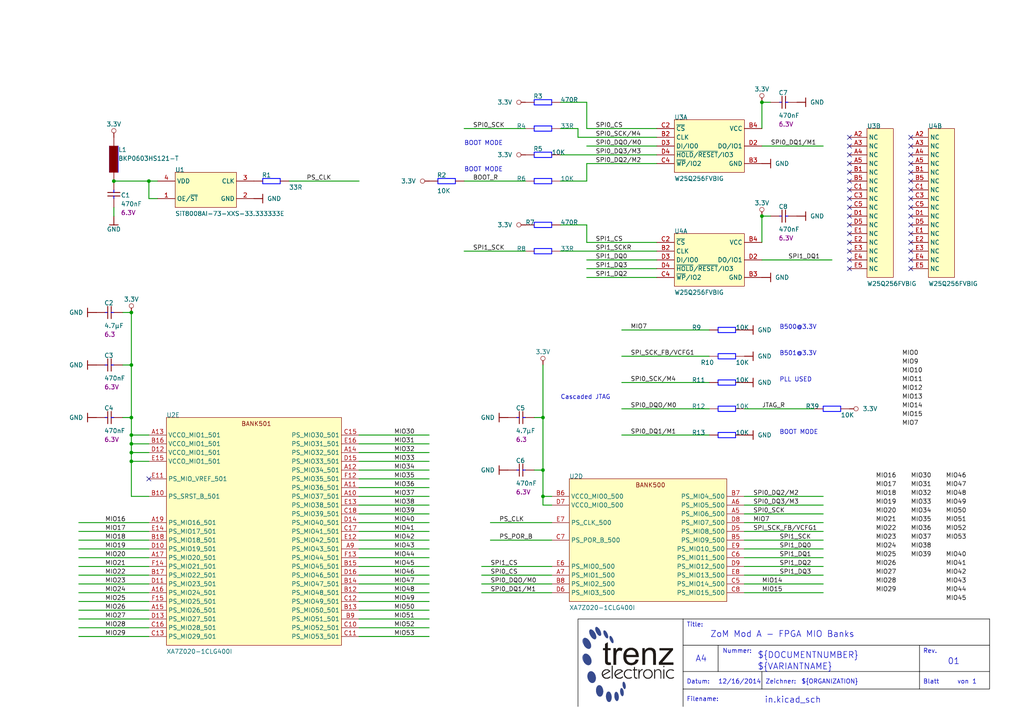
<source format=kicad_sch>
(kicad_sch (version 20230121) (generator eeschema)
  (paper "A4")
  (title_block (title "ZoM Mod A - FPGA MIO Banks") (date "12/16/2014") (rev "01"))
  (junction (at 38.1 126.1872))
  (junction (at 38.1 90.6272))
  (junction (at 157.48 121.1072))
  (junction (at 38.1 105.8672))
  (junction (at 38.1 121.1072))
  (junction (at 157.48 136.3472))
  (junction (at 38.1 131.2672))
  (junction (at 220.98 62.6872))
  (junction (at 38.1 128.7272))
  (junction (at 220.98 29.6672))
  (junction (at 38.1 133.8072))
  (junction (at 43.18 52.5272))
  (junction (at 33.02 52.5272))
  (junction (at 157.48 143.9672))
  (no_connect (at 246.38 52.5272))
  (no_connect (at 264.16 60.1472))
  (no_connect (at 264.16 65.2272))
  (no_connect (at 264.16 55.0672))
  (no_connect (at 43.18 138.8872))
  (no_connect (at 264.16 77.9272))
  (no_connect (at 246.38 55.0672))
  (no_connect (at 264.16 67.7672))
  (no_connect (at 246.38 47.4472))
  (no_connect (at 246.38 67.7672))
  (no_connect (at 246.38 62.6872))
  (no_connect (at 246.38 39.8272))
  (no_connect (at 264.16 47.4472))
  (no_connect (at 246.38 49.9872))
  (no_connect (at 246.38 75.3872))
  (no_connect (at 264.16 70.3072))
  (no_connect (at 246.38 72.8472))
  (no_connect (at 246.38 42.3672))
  (no_connect (at 246.38 60.1472))
  (no_connect (at 264.16 52.5272))
  (no_connect (at 264.16 49.9872))
  (no_connect (at 246.38 57.6072))
  (no_connect (at 246.38 65.2272))
  (no_connect (at 264.16 62.6872))
  (no_connect (at 264.16 72.8472))
  (no_connect (at 264.16 39.8272))
  (no_connect (at 264.16 44.9072))
  (no_connect (at 246.38 70.3072))
  (no_connect (at 246.38 77.9272))
  (no_connect (at 246.38 44.9072))
  (no_connect (at 264.16 42.3672))
  (no_connect (at 264.16 57.6072))
  (no_connect (at 264.16 75.3872))
  (wire (pts (xy 43.18 182.0672) (xy 22.86 182.0672)) (stroke (width 0.254)))
  (wire (pts (xy 205.74 110.9472) (xy 180.34 110.9472)) (stroke (width 0.254)))
  (wire (pts (xy 190.5 72.8472) (xy 162.56 72.8472)) (stroke (width 0.254)))
  (wire (pts (xy 160.02 143.9672) (xy 157.48 143.9672)) (stroke (width 0.254)))
  (wire (pts (xy 190.5 47.4472) (xy 170.18 47.4472)) (stroke (width 0.254)))
  (wire (pts (xy 160.02 151.5872) (xy 142.24 151.5872)) (stroke (width 0.254)))
  (wire (pts (xy 124.46 131.2672) (xy 104.14 131.2672)) (stroke (width 0.254)))
  (wire (pts (xy 190.5 77.9272) (xy 170.18 77.9272)) (stroke (width 0.254)))
  (wire (pts (xy 154.94 121.1072) (xy 157.48 121.1072)) (stroke (width 0.254)))
  (wire (pts (xy 152.4 52.5272) (xy 134.62 52.5272)) (stroke (width 0.254)))
  (wire (pts (xy 190.5 80.4672) (xy 170.18 80.4672)) (stroke (width 0.254)))
  (wire (pts (xy 43.18 131.2672) (xy 38.1 131.2672)) (stroke (width 0.254)))
  (wire (pts (xy 190.5 37.2872) (xy 170.18 37.2872)) (stroke (width 0.254)))
  (wire (pts (xy 33.02 62.6872) (xy 33.02 60.1472)) (stroke (width 0.254)))
  (wire (pts (xy 38.1 131.2672) (xy 38.1 133.8072)) (stroke (width 0.254)))
  (wire (pts (xy 190.5 70.3072) (xy 170.18 70.3072)) (stroke (width 0.254)))
  (wire (pts (xy 160.02 146.5072) (xy 157.48 146.5072)) (stroke (width 0.254)))
  (wire (pts (xy 124.46 126.1872) (xy 104.14 126.1872)) (stroke (width 0.254)))
  (wire (pts (xy 43.18 174.4472) (xy 22.86 174.4472)) (stroke (width 0.254)))
  (wire (pts (xy 38.1 126.1872) (xy 38.1 128.7272)) (stroke (width 0.254)))
  (wire (pts (xy 238.76 159.2072) (xy 215.9 159.2072)) (stroke (width 0.254)))
  (wire (pts (xy 43.18 169.3672) (xy 22.86 169.3672)) (stroke (width 0.254)))
  (wire (pts (xy 43.18 126.1872) (xy 38.1 126.1872)) (stroke (width 0.254)))
  (wire (pts (xy 124.46 179.5272) (xy 104.14 179.5272)) (stroke (width 0.254)))
  (wire (pts (xy 124.46 154.1272) (xy 104.14 154.1272)) (stroke (width 0.254)))
  (wire (pts (xy 238.76 164.2872) (xy 215.9 164.2872)) (stroke (width 0.254)))
  (wire (pts (xy 170.18 70.3072) (xy 170.18 65.2272)) (stroke (width 0.254)))
  (wire (pts (xy 190.5 39.8272) (xy 167.64 39.8272)) (stroke (width 0.254)))
  (wire (pts (xy 160.02 169.3672) (xy 139.7 169.3672)) (stroke (width 0.254)))
  (wire (pts (xy 43.18 57.6072) (xy 43.18 52.5272)) (stroke (width 0.254)))
  (wire (pts (xy 124.46 169.3672) (xy 104.14 169.3672)) (stroke (width 0.254)))
  (wire (pts (xy 38.1 133.8072) (xy 38.1 143.9672)) (stroke (width 0.254)))
  (wire (pts (xy 190.5 75.3872) (xy 170.18 75.3872)) (stroke (width 0.254)))
  (wire (pts (xy 38.1 128.7272) (xy 38.1 131.2672)) (stroke (width 0.254)))
  (wire (pts (xy 124.46 166.8272) (xy 104.14 166.8272)) (stroke (width 0.254)))
  (wire (pts (xy 238.76 166.8272) (xy 215.9 166.8272)) (stroke (width 0.254)))
  (wire (pts (xy 38.1 105.8672) (xy 38.1 121.1072)) (stroke (width 0.254)))
  (wire (pts (xy 157.48 121.1072) (xy 157.48 105.8672)) (stroke (width 0.254)))
  (wire (pts (xy 124.46 128.7272) (xy 104.14 128.7272)) (stroke (width 0.254)))
  (wire (pts (xy 124.46 149.0472) (xy 104.14 149.0472)) (stroke (width 0.254)))
  (wire (pts (xy 238.76 146.5072) (xy 215.9 146.5072)) (stroke (width 0.254)))
  (wire (pts (xy 170.18 47.4472) (xy 170.18 52.5272)) (stroke (width 0.254)))
  (wire (pts (xy 124.46 141.4272) (xy 104.14 141.4272)) (stroke (width 0.254)))
  (wire (pts (xy 238.76 149.0472) (xy 215.9 149.0472)) (stroke (width 0.254)))
  (wire (pts (xy 124.46 138.8872) (xy 104.14 138.8872)) (stroke (width 0.254)))
  (wire (pts (xy 238.76 156.6672) (xy 215.9 156.6672)) (stroke (width 0.254)))
  (wire (pts (xy 43.18 128.7272) (xy 38.1 128.7272)) (stroke (width 0.254)))
  (wire (pts (xy 43.18 151.5872) (xy 22.86 151.5872)) (stroke (width 0.254)))
  (wire (pts (xy 160.02 166.8272) (xy 139.7 166.8272)) (stroke (width 0.254)))
  (wire (pts (xy 157.48 136.3472) (xy 157.48 121.1072)) (stroke (width 0.254)))
  (wire (pts (xy 220.98 37.2872) (xy 220.98 29.6672)) (stroke (width 0.254)))
  (wire (pts (xy 38.1 143.9672) (xy 43.18 143.9672)) (stroke (width 0.254)))
  (wire (pts (xy 43.18 179.5272) (xy 22.86 179.5272)) (stroke (width 0.254)))
  (wire (pts (xy 157.48 146.5072) (xy 157.48 143.9672)) (stroke (width 0.254)))
  (wire (pts (xy 124.46 133.8072) (xy 104.14 133.8072)) (stroke (width 0.254)))
  (wire (pts (xy 124.46 164.2872) (xy 104.14 164.2872)) (stroke (width 0.254)))
  (wire (pts (xy 220.98 62.6872) (xy 223.52 62.6872)) (stroke (width 0.254)))
  (wire (pts (xy 43.18 164.2872) (xy 22.86 164.2872)) (stroke (width 0.254)))
  (wire (pts (xy 238.76 161.7472) (xy 215.9 161.7472)) (stroke (width 0.254)))
  (wire (pts (xy 170.18 52.5272) (xy 162.56 52.5272)) (stroke (width 0.254)))
  (wire (pts (xy 43.18 154.1272) (xy 22.86 154.1272)) (stroke (width 0.254)))
  (wire (pts (xy 238.76 151.5872) (xy 215.9 151.5872)) (stroke (width 0.254)))
  (wire (pts (xy 167.64 39.8272) (xy 167.64 37.2872)) (stroke (width 0.254)))
  (wire (pts (xy 43.18 171.9072) (xy 22.86 171.9072)) (stroke (width 0.254)))
  (wire (pts (xy 160.02 164.2872) (xy 139.7 164.2872)) (stroke (width 0.254)))
  (wire (pts (xy 170.18 37.2872) (xy 170.18 29.6672)) (stroke (width 0.254)))
  (wire (pts (xy 43.18 161.7472) (xy 22.86 161.7472)) (stroke (width 0.254)))
  (wire (pts (xy 43.18 156.6672) (xy 22.86 156.6672)) (stroke (width 0.254)))
  (wire (pts (xy 83.82 52.5272) (xy 104.14 52.5272)) (stroke (width 0.254)))
  (wire (pts (xy 124.46 159.2072) (xy 104.14 159.2072)) (stroke (width 0.254)))
  (wire (pts (xy 157.48 143.9672) (xy 157.48 136.3472)) (stroke (width 0.254)))
  (wire (pts (xy 154.94 136.3472) (xy 157.48 136.3472)) (stroke (width 0.254)))
  (wire (pts (xy 43.18 176.9872) (xy 22.86 176.9872)) (stroke (width 0.254)))
  (wire (pts (xy 205.74 95.7072) (xy 180.34 95.7072)) (stroke (width 0.254)))
  (wire (pts (xy 124.46 176.9872) (xy 104.14 176.9872)) (stroke (width 0.254)))
  (wire (pts (xy 238.76 42.3672) (xy 220.98 42.3672)) (stroke (width 0.254)))
  (wire (pts (xy 152.4 72.8472) (xy 134.62 72.8472)) (stroke (width 0.254)))
  (wire (pts (xy 43.18 52.5272) (xy 33.02 52.5272)) (stroke (width 0.254)))
  (wire (pts (xy 35.56 105.8672) (xy 38.1 105.8672)) (stroke (width 0.254)))
  (wire (pts (xy 124.46 143.9672) (xy 104.14 143.9672)) (stroke (width 0.254)))
  (wire (pts (xy 238.76 143.9672) (xy 215.9 143.9672)) (stroke (width 0.254)))
  (wire (pts (xy 238.76 169.3672) (xy 215.9 169.3672)) (stroke (width 0.254)))
  (wire (pts (xy 43.18 52.5272) (xy 45.72 52.5272)) (stroke (width 0.254)))
  (wire (pts (xy 205.74 118.5672) (xy 180.34 118.5672)) (stroke (width 0.254)))
  (wire (pts (xy 238.76 154.1272) (xy 215.9 154.1272)) (stroke (width 0.254)))
  (wire (pts (xy 43.18 133.8072) (xy 38.1 133.8072)) (stroke (width 0.254)))
  (wire (pts (xy 124.46 136.3472) (xy 104.14 136.3472)) (stroke (width 0.254)))
  (wire (pts (xy 160.02 171.9072) (xy 139.7 171.9072)) (stroke (width 0.254)))
  (wire (pts (xy 43.18 166.8272) (xy 22.86 166.8272)) (stroke (width 0.254)))
  (wire (pts (xy 160.02 156.6672) (xy 142.24 156.6672)) (stroke (width 0.254)))
  (wire (pts (xy 124.46 171.9072) (xy 104.14 171.9072)) (stroke (width 0.254)))
  (wire (pts (xy 220.98 75.3872) (xy 241.3 75.3872)) (stroke (width 0.254)))
  (wire (pts (xy 124.46 156.6672) (xy 104.14 156.6672)) (stroke (width 0.254)))
  (wire (pts (xy 124.46 151.5872) (xy 104.14 151.5872)) (stroke (width 0.254)))
  (wire (pts (xy 190.5 42.3672) (xy 170.18 42.3672)) (stroke (width 0.254)))
  (wire (pts (xy 124.46 161.7472) (xy 104.14 161.7472)) (stroke (width 0.254)))
  (wire (pts (xy 35.56 90.6272) (xy 38.1 90.6272)) (stroke (width 0.254)))
  (wire (pts (xy 152.4 37.2872) (xy 134.62 37.2872)) (stroke (width 0.254)))
  (wire (pts (xy 43.18 184.6072) (xy 22.86 184.6072)) (stroke (width 0.254)))
  (wire (pts (xy 190.5 44.9072) (xy 162.56 44.9072)) (stroke (width 0.254)))
  (wire (pts (xy 205.74 126.1872) (xy 180.34 126.1872)) (stroke (width 0.254)))
  (wire (pts (xy 124.46 174.4472) (xy 104.14 174.4472)) (stroke (width 0.254)))
  (wire (pts (xy 170.18 65.2272) (xy 162.56 65.2272)) (stroke (width 0.254)))
  (wire (pts (xy 43.18 159.2072) (xy 22.86 159.2072)) (stroke (width 0.254)))
  (wire (pts (xy 45.72 57.6072) (xy 43.18 57.6072)) (stroke (width 0.254)))
  (wire (pts (xy 238.76 171.9072) (xy 215.9 171.9072)) (stroke (width 0.254)))
  (wire (pts (xy 124.46 184.6072) (xy 104.14 184.6072)) (stroke (width 0.254)))
  (wire (pts (xy 38.1 90.6272) (xy 38.1 105.8672)) (stroke (width 0.254)))
  (wire (pts (xy 220.98 29.6672) (xy 223.52 29.6672)) (stroke (width 0.254)))
  (wire (pts (xy 236.22 118.5672) (xy 215.9 118.5672)) (stroke (width 0.254)))
  (wire (pts (xy 220.98 70.3072) (xy 220.98 62.6872)) (stroke (width 0.254)))
  (wire (pts (xy 38.1 121.1072) (xy 38.1 126.1872)) (stroke (width 0.254)))
  (wire (pts (xy 124.46 146.5072) (xy 104.14 146.5072)) (stroke (width 0.254)))
  (wire (pts (xy 124.46 182.0672) (xy 104.14 182.0672)) (stroke (width 0.254)))
  (wire (pts (xy 167.64 37.2872) (xy 162.56 37.2872)) (stroke (width 0.254)))
  (wire (pts (xy 170.18 29.6672) (xy 162.56 29.6672)) (stroke (width 0.254)))
  (wire (pts (xy 35.56 121.1072) (xy 38.1 121.1072)) (stroke (width 0.254)))
  (wire (pts (xy 205.74 103.3272) (xy 180.34 103.3272)) (stroke (width 0.254)))
  (polyline (pts (xy 208.28 194.7672) (xy 287.02 194.7672)) (stroke (width 0) (type solid) (color 0 0 0 1)))
  (polyline (pts (xy 266.7 194.7672) (xy 266.7 199.8472)) (stroke (width 0) (type solid) (color 0 0 0 1)))
  (polyline (pts (xy 198.12 199.8472) (xy 198.12 204.9272)) (stroke (width 0) (type solid) (color 0 0 0 1)))
  (polyline (pts (xy 167.64 204.9272) (xy 167.64 179.5272) (xy 198.12 179.5272)) (stroke (width 0) (type solid) (color 0 0 0 1)))
  (polyline (pts (xy 198.12 199.8472) (xy 287.02 199.8472) (xy 287.02 179.5272)) (stroke (width 0) (type solid) (color 0 0 0 1)))
  (polyline (pts (xy 198.12 199.8472) (xy 198.12 179.5272) (xy 287.02 179.5272)) (stroke (width 0) (type solid) (color 0 0 0 1)))
  (polyline (pts (xy 220.98 194.7672) (xy 220.98 199.8472)) (stroke (width 0) (type solid) (color 0 0 0 1)))
  (polyline (pts (xy 287.02 187.1472) (xy 198.12 187.1472)) (stroke (width 0) (type solid) (color 0 0 0 1)))
  (polyline (pts (xy 208.28 187.1472) (xy 208.28 194.7672) (xy 198.12 194.7672)) (stroke (width 0) (type solid) (color 0 0 0 1)))
  (polyline (pts (xy 266.7 194.7672) (xy 266.7 187.1472)) (stroke (width 0) (type solid) (color 0 0 0 1)))
  (image (at 182.245 192.7172) (scale 0.698446))
  (text "BOOT MODE" (at 134.62 49.9872 0) (effects (font (size 1.27 1.27)) (justify left bottom)))
  (text "${ORGANIZATION}" (at 232.41 198.5772 0) (effects (font (size 1.27 1.27)) (justify left bottom)))
  (text "A4" (at 201.676 192.2272 0) (effects (font (size 1.778 1.778)) (justify left bottom)))
  (text "BOOT MODE" (at 226.06 126.1872 0) (effects (font (size 1.27 1.27)) (justify left bottom)))
  (text "Nummer:" (at 209.55 189.6872 0) (effects (font (size 1.27 1.27)) (justify left bottom)))
  (text "Blatt" (at 267.716 198.5772 0) (effects (font (size 1.27 1.27)) (justify left bottom)))
  (text "${REVISION}" (at 274.828 192.9892 0) (effects (font (size 1.778 1.778)) (justify left bottom)))
  (text "${VARIANTNAME}" (at 219.71 194.5132 0) (effects (font (size 1.778 1.778)) (justify left bottom)))
  (text "${#}" (at 273.05 198.5772 0) (effects (font (size 1.27 1.27)) (justify left bottom)))
  (text "B501@3.3V" (at 226.06 103.3272 0) (effects (font (size 1.27 1.27)) (justify left bottom)))
  (text "von" (at 277.622 198.5772 0) (effects (font (size 1.27 1.27)) (justify left bottom)))
  (text "Zeichner:" (at 221.996 198.5772 0) (effects (font (size 1.27 1.27)) (justify left bottom)))
  (text "${DOCUMENTNUMBER}" (at 219.71 191.2112 0) (effects (font (size 1.778 1.778)) (justify left bottom)))
  (text "Title:" (at 199.136 182.0672 0) (effects (font (size 1.27 1.27)) (justify left bottom)))
  (text "${TITLE}" (at 205.994 185.1152 0) (effects (font (size 1.778 1.778)) (justify left bottom)))
  (text "B500@3.3V" (at 226.06 95.7072 0) (effects (font (size 1.27 1.27)) (justify left bottom)))
  (text "${FILENAME}" (at 221.742 204.1652 0) (effects (font (size 1.778 1.778)) (justify left bottom)))
  (text "Datum:" (at 199.136 198.5772 0) (effects (font (size 1.27 1.27)) (justify left bottom)))
  (text "Filename:" (at 199.136 203.6572 0) (effects (font (size 1.27 1.27)) (justify left bottom)))
  (text "BOOT MODE" (at 134.62 42.3672 0) (effects (font (size 1.27 1.27)) (justify left bottom)))
  (text "${ISSUE_DATE}" (at 208.28 198.5772 0) (effects (font (size 1.27 1.27)) (justify left bottom)))
  (text "Rev." (at 267.716 189.6872 0) (effects (font (size 1.27 1.27)) (justify left bottom)))
  (text "${##}" (at 281.94 198.5772 0) (effects (font (size 1.27 1.27)) (justify left bottom)))
  (text "Cascaded JTAG" (at 162.56 116.0272 0) (effects (font (size 1.27 1.27)) (justify left bottom)))
  (text "PLL USED" (at 226.06 110.9472 0) (effects (font (size 1.27 1.27)) (justify left bottom)))
  (label "MIO40" (at 114.3 151.5872 180))
  (label "MIO18" (at 254 143.9672 180))
  (label "MIO29" (at 254 171.9072 180))
  (label "SPI0_DQ3/M3" (at 172.72 44.9072 180))
  (label "MIO27" (at 30.48 179.5272 180))
  (label "SPI0_SCK/M4" (at 182.88 110.9472 180))
  (label "MIO27" (at 254 166.8272 180))
  (label "MIO42" (at 114.3 156.6672 180))
  (label "MIO50" (at 274.32 149.0472 180))
  (label "MIO16" (at 30.48 151.5872 180))
  (label "SPI0_DQ2/M2" (at 172.72 47.4472 180))
  (label "MIO28" (at 30.48 182.0672 180))
  (label "MIO13" (at 261.62 116.0272 180))
  (label "SPI1_DQ0" (at 226.06 159.2072 180))
  (label "MIO47" (at 274.32 141.4272 180))
  (label "PS_CLK" (at 144.78 151.5872 180))
  (label "MIO53" (at 274.32 156.6672 180))
  (label "MIO37" (at 264.16 156.6672 180))
  (label "MIO48" (at 274.32 143.9672 180))
  (label "MIO17" (at 30.48 154.1272 180))
  (label "MIO46" (at 114.3 166.8272 180))
  (label "MIO21" (at 30.48 164.2872 180))
  (label "MIO33" (at 114.3 133.8072 180))
  (label "MIO44" (at 274.32 171.9072 180))
  (label "MIO30" (at 114.3 126.1872 180))
  (label "MIO34" (at 264.16 149.0472 180))
  (label "MIO39" (at 264.16 161.7472 180))
  (label "MIO10" (at 261.62 108.4072 180))
  (label "MIO19" (at 30.48 159.2072 180))
  (label "MIO48" (at 114.3 171.9072 180))
  (label "PS_POR_B" (at 144.78 156.6672 180))
  (label "MIO52" (at 114.3 182.0672 180))
  (label "MIO25" (at 30.48 174.4472 180))
  (label "SPI0_DQ2/M2" (at 218.44 143.9672 180))
  (label "MIO14" (at 220.98 169.3672 180))
  (label "SPI1_DQ1" (at 228.6 75.3872 180))
  (label "JTAG_R" (at 220.98 118.5672 180))
  (label "MIO24" (at 30.48 171.9072 180))
  (label "MIO52" (at 274.32 154.1272 180))
  (label "MIO28" (at 254 169.3672 180))
  (label "SPI1_CS" (at 172.72 70.3072 180))
  (label "MIO15" (at 261.62 121.1072 180))
  (label "MIO16" (at 254 138.8872 180))
  (label "MIO20" (at 30.48 161.7472 180))
  (label "SPI1_DQ2" (at 172.72 80.4672 180))
  (label "MIO43" (at 114.3 159.2072 180))
  (label "MIO21" (at 254 151.5872 180))
  (label "SPI0_DQO/M0" (at 182.88 118.5672 180))
  (label "MIO22" (at 254 154.1272 180))
  (label "MIO26" (at 254 164.2872 180))
  (label "SPI_SCK_FB/VCFG1" (at 218.44 154.1272 180))
  (label "MIO47" (at 114.3 169.3672 180))
  (label "MIO46" (at 274.32 138.8872 180))
  (label "MIO9" (at 261.62 105.8672 180))
  (label "SPI0_DQ1/M1" (at 142.24 171.9072 180))
  (label "MIO22" (at 30.48 166.8272 180))
  (label "MIO38" (at 114.3 146.5072 180))
  (label "SPI1_SCK" (at 137.16 72.8472 180))
  (label "MIO26" (at 30.48 176.9872 180))
  (label "MIO12" (at 261.62 113.4872 180))
  (label "SPI0_SCK/M4" (at 172.72 39.8272 180))
  (label "SPI1_CS" (at 142.24 164.2872 180))
  (label "SPI0_DQ1/M1" (at 182.88 126.1872 180))
  (label "MIO23" (at 30.48 169.3672 180))
  (label "MIO36" (at 114.3 141.4272 180))
  (label "BOOT_R" (at 137.16 52.5272 180))
  (label "MIO18" (at 30.48 156.6672 180))
  (label "MIO30" (at 264.16 138.8872 180))
  (label "MIO17" (at 254 141.4272 180))
  (label "MIO37" (at 114.3 143.9672 180))
  (label "MIO36" (at 264.16 154.1272 180))
  (label "SPI1_DQ2" (at 226.06 164.2872 180))
  (label "MIO51" (at 114.3 179.5272 180))
  (label "MIO7" (at 261.62 123.6472 180))
  (label "MIO7" (at 182.88 95.7072 180))
  (label "SPI_SCK_FB/VCFG1" (at 182.88 103.3272 180))
  (label "SPI0_DQ3/M3" (at 218.44 146.5072 180))
  (label "PS_CLK" (at 88.9 52.5272 180))
  (label "SPI1_DQ0" (at 172.72 75.3872 180))
  (label "MIO41" (at 274.32 164.2872 180))
  (label "MIO38" (at 264.16 159.2072 180))
  (label "SPI1_SCKR" (at 172.72 72.8472 180))
  (label "SPI0_DQO/M0" (at 142.24 169.3672 180))
  (label "SPI0_CS" (at 172.72 37.2872 180))
  (label "MIO0" (at 261.62 103.3272 180))
  (label "SPI0_SCK" (at 218.44 149.0472 180))
  (label "MIO49" (at 114.3 174.4472 180))
  (label "SPI0_CS" (at 142.24 166.8272 180))
  (label "MIO42" (at 274.32 166.8272 180))
  (label "MIO15" (at 220.98 171.9072 180))
  (label "MIO31" (at 114.3 128.7272 180))
  (label "MIO45" (at 114.3 164.2872 180))
  (label "SPI0_SCK" (at 137.16 37.2872 180))
  (label "SPI0_DQ1/M1" (at 223.52 42.3672 180))
  (label "MIO33" (at 264.16 146.5072 180))
  (label "MIO29" (at 30.48 184.6072 180))
  (label "MIO32" (at 264.16 143.9672 180))
  (label "MIO51" (at 274.32 151.5872 180))
  (label "MIO35" (at 264.16 151.5872 180))
  (label "MIO11" (at 261.62 110.9472 180))
  (label "MIO7" (at 218.44 151.5872 180))
  (label "SPI1_SCK" (at 226.06 156.6672 180))
  (label "MIO19" (at 254 146.5072 180))
  (label "MIO45" (at 274.32 174.4472 180))
  (label "SPI1_DQ1" (at 226.06 161.7472 180))
  (label "MIO49" (at 274.32 146.5072 180))
  (label "MIO40" (at 274.32 161.7472 180))
  (label "MIO23" (at 254 156.6672 180))
  (label "MIO14" (at 261.62 118.5672 180))
  (label "MIO20" (at 254 149.0472 180))
  (label "MIO41" (at 114.3 154.1272 180))
  (label "MIO53" (at 114.3 184.6072 180))
  (label "MIO31" (at 264.16 141.4272 180))
  (label "SPI0_DQO/M0" (at 172.72 42.3672 180))
  (label "MIO43" (at 274.32 169.3672 180))
  (label "MIO50" (at 114.3 176.9872 180))
  (label "MIO44" (at 114.3 161.7472 180))
  (label "MIO24" (at 254 159.2072 180))
  (label "MIO35" (at 114.3 138.8872 180))
  (label "SPI1_DQ3" (at 226.06 166.8272 180))
  (label "MIO34" (at 114.3 136.3472 180))
  (label "MIO32" (at 114.3 131.2672 180))
  (label "SPI1_DQ3" (at 172.72 77.9272 180))
  (label "MIO25" (at 254 161.7472 180))
  (label "MIO39" (at 114.3 149.0472 180))
  (symbol (lib_id "TE0719-altium-import:PS_MIO_1_CAP-NP") (at 223.52 62.6872 0) (unit 1)
    (property "Reference" "C8" (at 225.806 60.6552 0) (effects (justify left bottom)))
    (property "Value" "470nF" (at 225.806 67.2592 0) (effects (justify left bottom)))
    (property "Footprint" "CAPC0603X33N" (effects hide))
    (property "AN" "24921" (effects hide))
    (property "CASE" "0603 (0201)" (effects hide))
    (property "ALTIUM_VALUE" "470n" (effects hide))
    (property "VOLTAGE" "6.3V" (at 225.806 69.7992 0) (effects (justify left bottom)))
    (property "TECHNOLOGY" "X5R" (effects hide))
    (property "TOLERANCE" "20%" (effects hide))
    (property "MIXED" "SMT" (effects hide))
    (property "PREFERRED" "Yes" (effects hide))
  )
  (symbol (lib_id "TE0719-altium-import:PS_MIO_3_RES") (at 215.9 118.5672 0) (unit 1)
    (property "Reference" "R12" (at 200.66 118.5672 0) (effects (justify left bottom)))
    (property "Value" "10K" (at 213.36 118.5672 0) (effects (justify left bottom)))
    (property "Footprint" "RESC0603X26N" (effects hide))
    (property "AN" "24914" (effects hide))
    (property "CASE" "0603 (0201)" (effects hide))
    (property "ALTIUM_VALUE" "10K" (effects hide))
    (property "HELPURL" "B~{:}A~{D}adli~{b}datashee~{t}R0201" (effects hide))
    (property "TOLERANCE" "1%" (effects hide))
    (property "MIXED" "SMT" (effects hide))
    (property "PREFERRED" "Yes" (effects hide))
  )
  (symbol (lib_id "TE0719-altium-import:PS_MIO_3_RES") (at 215.9 110.9472 0) (unit 1)
    (property "Reference" "R11" (at 200.66 110.9472 0) (effects (justify left bottom)))
    (property "Value" "10K" (at 213.36 110.9472 0) (effects (justify left bottom)))
    (property "Footprint" "RESC0603X26N" (effects hide))
    (property "AN" "24914" (effects hide))
    (property "CASE" "0603 (0201)" (effects hide))
    (property "ALTIUM_VALUE" "10K" (effects hide))
    (property "HELPURL" "B~{:}A~{D}adli~{b}datashee~{t}R0201" (effects hide))
    (property "TOLERANCE" "1%" (effects hide))
    (property "MIXED" "SMT" (effects hide))
    (property "PREFERRED" "Yes" (effects hide))
  )
  (symbol (lib_id "TE0719-altium-import:GND") (at 220.98 80.4672 90) (unit 1)
    (property "Reference" "#PWR?" (effects hide))
    (property "Value" "GND" (at 224.79 80.4672 90) (effects (justify right)))
  )
  (symbol (lib_id "TE0719-altium-import:3.3V") (at 220.98 62.6872 180) (unit 1)
    (property "Reference" "#PWR?" (effects hide))
    (property "Value" "3.3V" (at 220.98 58.8772 0))
  )
  (symbol (lib_id "TE0719-altium-import:PS_MIO_3_CAP-NP") (at 35.56 105.8672 0) (unit 1)
    (property "Reference" "C3" (at 30.226 103.8352 0) (effects (justify left bottom)))
    (property "Value" "470nF" (at 30.226 110.4392 0) (effects (justify left bottom)))
    (property "Footprint" "CAPC0603X33N" (effects hide))
    (property "AN" "24921" (effects hide))
    (property "CASE" "0603 (0201)" (effects hide))
    (property "ALTIUM_VALUE" "470n" (effects hide))
    (property "VOLTAGE" "6.3V" (at 30.226 112.9792 0) (effects (justify left bottom)))
    (property "TECHNOLOGY" "X5R" (effects hide))
    (property "TOLERANCE" "20%" (effects hide))
    (property "MIXED" "SMT" (effects hide))
    (property "PREFERRED" "Yes" (effects hide))
  )
  (symbol (lib_id "TE0719-altium-import:PS_MIO_0_SiT8103") (at 50.8 49.9872 0) (unit 1)
    (property "Reference" "U1" (at 50.8 49.9872 0) (effects (justify left bottom)))
    (property "Value" "SiT8008AI-73-XXS-33.333333E" (at 50.8 62.6872 0) (effects (justify left bottom)))
    (property "Footprint" "2016" (effects hide))
    (property "AN" "25023" (effects hide))
    (property "CASE" "2.0  x 1.6mm" (effects hide))
    (property "ALTIUM_VALUE" "33M" (effects hide))
    (property "HELPURL" "B~{:}A~{D}adli~{b}datashee~{t}SiT8008" (effects hide))
    (property "TRENZ-STOCK" "Yes" (effects hide))
    (property "MIXED" "SMT" (effects hide))
    (property "PREFERRED" "Yes" (effects hide))
  )
  (symbol (lib_id "TE0719-altium-import:GND") (at 27.94 105.8672 270) (unit 1)
    (property "Reference" "#PWR?" (effects hide))
    (property "Value" "GND" (at 24.13 105.8672 90) (effects (justify right)))
  )
  (symbol (lib_id "TE0719-altium-import:GND") (at 215.9 103.3272 90) (unit 1)
    (property "Reference" "#PWR?" (effects hide))
    (property "Value" "GND" (at 219.71 103.3272 90) (effects (justify right)))
  )
  (symbol (lib_id "TE0719-altium-import:3.3V") (at 152.4 29.6672 270) (unit 1)
    (property "Reference" "#PWR?" (effects hide))
    (property "Value" "3.3V" (at 148.59 29.6672 90) (effects (justify right)))
  )
  (symbol (lib_id "TE0719-altium-import:GND") (at 73.66 57.6072 90) (unit 1)
    (property "Reference" "#PWR?" (effects hide))
    (property "Value" "GND" (at 77.47 57.6072 90) (effects (justify right)))
  )
  (symbol (lib_id "TE0719-altium-import:GND") (at 231.14 62.6872 90) (unit 1)
    (property "Reference" "#PWR?" (effects hide))
    (property "Value" "GND" (at 234.95 62.6872 90) (effects (justify right)))
  )
  (symbol (lib_id "TE0719-altium-import:3.3V") (at 38.1 90.6272 180) (unit 1)
    (property "Reference" "#PWR?" (effects hide))
    (property "Value" "3.3V" (at 38.1 86.8172 0))
  )
  (symbol (lib_id "TE0719-altium-import:3.3V") (at 152.4 44.9072 270) (unit 1)
    (property "Reference" "#PWR?" (effects hide))
    (property "Value" "3.3V" (at 148.59 44.9072 90) (effects (justify right)))
  )
  (symbol (lib_id "TE0719-altium-import:PS_MIO_0_XC7Z020-2CLG400C") (at 165.1 138.8872 0) (unit 4)
    (property "Reference" "U2" (at 165.1 138.8872 0) (effects (justify left bottom)))
    (property "Value" "XA7Z020-1CLG400I" (at 165.1 176.9872 0) (effects (justify left bottom)))
    (property "Footprint" "BGA400C80P20X20_1700X1700X160N" (effects hide))
    (property "AN" "25981" (effects hide))
    (property "CASE" "CLG400" (effects hide))
    (property "MIXED" "SMT" (effects hide))
    (property "TRENZ-STOCK" "Yes" (effects hide))
    (property "HELPURL" "B~{:}A~{D}adli~{b}datashee~{t}XC7" (effects hide))
  )
  (symbol (lib_id "TE0719-altium-import:PS_MIO_1_RES") (at 73.66 52.5272 0) (unit 1)
    (property "Reference" "R1" (at 75.946 51.5112 0) (effects (justify left bottom)))
    (property "Value" "33R" (at 83.82 55.0672 0) (effects (justify left bottom)))
    (property "Footprint" "RESC0603X26N" (effects hide))
    (property "AN" "25021" (effects hide))
    (property "CASE" "0603 (0201)" (effects hide))
    (property "ALTIUM_VALUE" "33" (effects hide))
    (property "MIXED" "SMT" (effects hide))
    (property "HELPURL" "B~{:}A~{D}adli~{b}datashee~{t}R0201" (effects hide))
    (property "PREFERRED" "Yes" (effects hide))
  )
  (symbol (lib_id "TE0719-altium-import:PS_MIO_3_CAP-NP") (at 154.94 121.1072 0) (unit 1)
    (property "Reference" "C5" (at 149.606 119.0752 0) (effects (justify left bottom)))
    (property "Value" "4.7µF" (at 149.606 125.6792 0) (effects (justify left bottom)))
    (property "Footprint" "CAPC1005X60N" (effects hide))
    (property "AN" "24719" (effects hide))
    (property "CASE" "1005 (0402)" (effects hide))
    (property "ALTIUM_VALUE" "4.7u" (effects hide))
    (property "VOLTAGE" "6.3" (at 149.606 128.2192 0) (effects (justify left bottom)))
    (property "TECHNOLOGY" "X5R" (effects hide))
    (property "MIXED" "SMT" (effects hide))
    (property "PREFERRED" "Yes" (effects hide))
  )
  (symbol (lib_id "TE0719-altium-import:PS_MIO_1_Ferritperle") (at 33.02 52.5272 0) (unit 1)
    (property "Reference" "L1" (at 34.29 44.1452 0) (effects (justify left bottom)))
    (property "Value" "BKP0603HS121-T" (at 34.29 46.6852 0) (effects (justify left bottom)))
    (property "Footprint" "INDC0603X33N" (effects hide))
    (property "AN" "25393" (effects hide))
    (property "CASE" "0603 (0201)" (effects hide))
    (property "HELPURL" "B~{:}A~{D}adli~{b}datashee~{t}MULTILAYER CHIP BEAD INDUCTORS BK" (effects hide))
    (property "MIXED" "SMT" (effects hide))
    (property "TRENZ-STOCK" "Yes" (effects hide))
    (property "PREFERRED" "Yes" (effects hide))
  )
  (symbol (lib_id "TE0719-altium-import:PS_MIO_3_RES") (at 134.62 52.5272 0) (unit 1)
    (property "Reference" "R2" (at 126.746 51.5112 0) (effects (justify left bottom)))
    (property "Value" "10K" (at 126.746 56.0832 0) (effects (justify left bottom)))
    (property "Footprint" "RESC0603X26N" (effects hide))
    (property "AN" "24914" (effects hide))
    (property "CASE" "0603 (0201)" (effects hide))
    (property "ALTIUM_VALUE" "10K" (effects hide))
    (property "HELPURL" "B~{:}A~{D}adli~{b}datashee~{t}R0201" (effects hide))
    (property "TOLERANCE" "1%" (effects hide))
    (property "MIXED" "SMT" (effects hide))
    (property "PREFERRED" "Yes" (effects hide))
  )
  (symbol (lib_id "TE0719-altium-import:GND") (at 147.32 136.3472 270) (unit 1)
    (property "Reference" "#PWR?" (effects hide))
    (property "Value" "GND" (at 143.51 136.3472 90) (effects (justify right)))
  )
  (symbol (lib_id "TE0719-altium-import:PS_MIO_0_W25Q256FVBIG") (at 195.58 67.7672 0) (unit 1)
    (property "Reference" "U4" (at 195.58 67.7672 0) (effects (justify left bottom)))
    (property "Value" "W25Q256FVBIG" (at 195.58 85.5472 0) (effects (justify left bottom)))
    (property "Footprint" "BGA24C100P5X5_800X600X120N" (effects hide))
    (property "AN" "25017" (effects hide))
    (property "CASE" "TFBGA24" (effects hide))
    (property "HELPURL" "B~{:}A~{D}adli~{b}datashee~{t}W25Q256FV" (effects hide))
    (property "TRENZ-STOCK" "Yes" (effects hide))
    (property "MIXED" "SMT" (effects hide))
    (property "PREFERRED" "Yes" (effects hide))
  )
  (symbol (lib_id "TE0719-altium-import:GND") (at 147.32 121.1072 270) (unit 1)
    (property "Reference" "#PWR?" (effects hide))
    (property "Value" "GND" (at 143.51 121.1072 90) (effects (justify right)))
  )
  (symbol (lib_id "TE0719-altium-import:3.3V") (at 124.46 52.5272 270) (unit 1)
    (property "Reference" "#PWR?" (effects hide))
    (property "Value" "3.3V" (at 120.65 52.5272 90) (effects (justify right)))
  )
  (symbol (lib_id "TE0719-altium-import:GND") (at 33.02 62.6872 0) (unit 1)
    (property "Reference" "#PWR?" (effects hide))
    (property "Value" "GND" (at 33.02 66.4972 0))
  )
  (symbol (lib_id "TE0719-altium-import:PS_MIO_3_RES") (at 215.9 126.1872 0) (unit 1)
    (property "Reference" "R13" (at 200.66 126.1872 0) (effects (justify left bottom)))
    (property "Value" "10K" (at 213.36 126.1872 0) (effects (justify left bottom)))
    (property "Footprint" "RESC0603X26N" (effects hide))
    (property "AN" "24914" (effects hide))
    (property "CASE" "0603 (0201)" (effects hide))
    (property "ALTIUM_VALUE" "10K" (effects hide))
    (property "HELPURL" "B~{:}A~{D}adli~{b}datashee~{t}R0201" (effects hide))
    (property "TOLERANCE" "1%" (effects hide))
    (property "MIXED" "SMT" (effects hide))
    (property "PREFERRED" "Yes" (effects hide))
  )
  (symbol (lib_id "TE0719-altium-import:PS_MIO_3_RES") (at 246.38 118.5672 0) (unit 1)
    (property "Reference" "R39" (at 233.68 118.5672 0) (effects (justify left bottom)))
    (property "Value" "10K" (at 243.84 121.1072 0) (effects (justify left bottom)))
    (property "Footprint" "RESC0603X26N" (effects hide))
    (property "AN" "24914" (effects hide))
    (property "CASE" "0603 (0201)" (effects hide))
    (property "ALTIUM_VALUE" "10K" (effects hide))
    (property "HELPURL" "B~{:}A~{D}adli~{b}datashee~{t}R0201" (effects hide))
    (property "TOLERANCE" "1%" (effects hide))
    (property "MIXED" "SMT" (effects hide))
    (property "PREFERRED" "Yes" (effects hide))
  )
  (symbol (lib_id "TE0719-altium-import:PS_MIO_1_RES") (at 152.4 37.2872 0) (unit 1)
    (property "Reference" "R4" (at 149.86 37.2872 0) (effects (justify left bottom)))
    (property "Value" "33R" (at 162.56 37.2872 0) (effects (justify left bottom)))
    (property "Footprint" "RESC0603X26N" (effects hide))
    (property "AN" "25021" (effects hide))
    (property "CASE" "0603 (0201)" (effects hide))
    (property "ALTIUM_VALUE" "33" (effects hide))
    (property "MIXED" "SMT" (effects hide))
    (property "HELPURL" "B~{:}A~{D}adli~{b}datashee~{t}R0201" (effects hide))
    (property "PREFERRED" "Yes" (effects hide))
  )
  (symbol (lib_id "TE0719-altium-import:PS_MIO_0_XC7Z020-2CLG400C") (at 48.26 121.1072 0) (unit 5)
    (property "Reference" "U2" (at 48.26 121.1072 0) (effects (justify left bottom)))
    (property "Value" "XA7Z020-1CLG400I" (at 48.26 189.6872 0) (effects (justify left bottom)))
    (property "Footprint" "BGA400C80P20X20_1700X1700X160N" (effects hide))
    (property "AN" "25981" (effects hide))
    (property "CASE" "CLG400" (effects hide))
    (property "MIXED" "SMT" (effects hide))
    (property "TRENZ-STOCK" "Yes" (effects hide))
    (property "HELPURL" "B~{:}A~{D}adli~{b}datashee~{t}XC7" (effects hide))
  )
  (symbol (lib_id "TE0719-altium-import:GND") (at 215.9 95.7072 90) (unit 1)
    (property "Reference" "#PWR?" (effects hide))
    (property "Value" "GND" (at 219.71 95.7072 90) (effects (justify right)))
  )
  (symbol (lib_id "TE0719-altium-import:3.3V") (at 157.48 105.8672 180) (unit 1)
    (property "Reference" "#PWR?" (effects hide))
    (property "Value" "3.3V" (at 157.48 102.0572 0))
  )
  (symbol (lib_id "TE0719-altium-import:3.3V") (at 33.02 39.8272 180) (unit 1)
    (property "Reference" "#PWR?" (effects hide))
    (property "Value" "3.3V" (at 33.02 36.0172 0))
  )
  (symbol (lib_id "TE0719-altium-import:GND") (at 27.94 90.6272 270) (unit 1)
    (property "Reference" "#PWR?" (effects hide))
    (property "Value" "GND" (at 24.13 90.6272 90) (effects (justify right)))
  )
  (symbol (lib_id "TE0719-altium-import:3.3V") (at 246.38 118.5672 90) (unit 1)
    (property "Reference" "#PWR?" (effects hide))
    (property "Value" "3.3V" (at 250.19 118.5672 90) (effects (justify right)))
  )
  (symbol (lib_id "TE0719-altium-import:3.3V") (at 220.98 29.6672 180) (unit 1)
    (property "Reference" "#PWR?" (effects hide))
    (property "Value" "3.3V" (at 220.98 25.8572 0))
  )
  (symbol (lib_id "TE0719-altium-import:PS_MIO_3_RES") (at 162.56 65.2272 0) (unit 1)
    (property "Reference" "R7" (at 152.4 65.2272 0) (effects (justify left bottom)))
    (property "Value" "470R" (at 162.56 65.2272 0) (effects (justify left bottom)))
    (property "Footprint" "RESC1005X40N" (effects hide))
    (property "AN" "22769" (effects hide))
    (property "CASE" "1005 (0402)" (effects hide))
    (property "ALTIUM_VALUE" "470" (effects hide))
    (property "TOLERANCE" "1%" (effects hide))
    (property "MIXED" "SMT" (effects hide))
    (property "PREFERRED" "Yes" (effects hide))
  )
  (symbol (lib_id "TE0719-altium-import:PS_MIO_0_W25Q256FVBIG") (at 195.58 34.7472 0) (unit 1)
    (property "Reference" "U3" (at 195.58 34.7472 0) (effects (justify left bottom)))
    (property "Value" "W25Q256FVBIG" (at 195.58 52.5272 0) (effects (justify left bottom)))
    (property "Footprint" "BGA24C100P5X5_800X600X120N" (effects hide))
    (property "AN" "25017" (effects hide))
    (property "CASE" "TFBGA24" (effects hide))
    (property "HELPURL" "B~{:}A~{D}adli~{b}datashee~{t}W25Q256FV" (effects hide))
    (property "TRENZ-STOCK" "Yes" (effects hide))
    (property "MIXED" "SMT" (effects hide))
    (property "PREFERRED" "Yes" (effects hide))
  )
  (symbol (lib_id "TE0719-altium-import:PS_MIO_3_CAP-NP") (at 154.94 136.3472 0) (unit 1)
    (property "Reference" "C6" (at 149.606 134.3152 0) (effects (justify left bottom)))
    (property "Value" "470nF" (at 149.606 140.9192 0) (effects (justify left bottom)))
    (property "Footprint" "CAPC0603X33N" (effects hide))
    (property "AN" "24921" (effects hide))
    (property "CASE" "0603 (0201)" (effects hide))
    (property "ALTIUM_VALUE" "470n" (effects hide))
    (property "VOLTAGE" "6.3V" (at 149.606 143.4592 0) (effects (justify left bottom)))
    (property "TECHNOLOGY" "X5R" (effects hide))
    (property "TOLERANCE" "20%" (effects hide))
    (property "MIXED" "SMT" (effects hide))
    (property "PREFERRED" "Yes" (effects hide))
  )
  (symbol (lib_id "TE0719-altium-import:PS_MIO_0_CAP-NP") (at 33.02 52.5272 0) (unit 1)
    (property "Reference" "C1" (at 35.052 57.3532 0) (effects (justify left bottom)))
    (property "Value" "470nF" (at 35.052 59.8932 0) (effects (justify left bottom)))
    (property "Footprint" "CAPC0603X33N" (effects hide))
    (property "AN" "24921" (effects hide))
    (property "CASE" "0603 (0201)" (effects hide))
    (property "ALTIUM_VALUE" "470n" (effects hide))
    (property "VOLTAGE" "6.3V" (at 35.052 62.4332 0) (effects (justify left bottom)))
    (property "TECHNOLOGY" "X5R" (effects hide))
    (property "TOLERANCE" "20%" (effects hide))
    (property "MIXED" "SMT" (effects hide))
    (property "PREFERRED" "Yes" (effects hide))
  )
  (symbol (lib_id "TE0719-altium-import:PS_MIO_1_RES") (at 152.4 72.8472 0) (unit 1)
    (property "Reference" "R8" (at 149.86 72.8472 0) (effects (justify left bottom)))
    (property "Value" "33R" (at 162.56 72.8472 0) (effects (justify left bottom)))
    (property "Footprint" "RESC0603X26N" (effects hide))
    (property "AN" "25021" (effects hide))
    (property "CASE" "0603 (0201)" (effects hide))
    (property "MIXED" "SMT" (effects hide))
    (property "ALTIUM_VALUE" "33" (effects hide))
    (property "PREFERRED" "Yes" (effects hide))
    (property "HELPURL" "B~{:}A~{D}adli~{b}datashee~{t}R0201" (effects hide))
  )
  (symbol (lib_id "TE0719-altium-import:PS_MIO_3_RES") (at 162.56 44.9072 0) (unit 1)
    (property "Reference" "R5" (at 154.686 43.8912 0) (effects (justify left bottom)))
    (property "Value" "10K" (at 160.02 44.9072 0) (effects (justify left bottom)))
    (property "Footprint" "RESC0603X26N" (effects hide))
    (property "AN" "24914" (effects hide))
    (property "CASE" "0603 (0201)" (effects hide))
    (property "ALTIUM_VALUE" "10K" (effects hide))
    (property "HELPURL" "B~{:}A~{D}adli~{b}datashee~{t}R0201" (effects hide))
    (property "TOLERANCE" "1%" (effects hide))
    (property "MIXED" "SMT" (effects hide))
    (property "PREFERRED" "Yes" (effects hide))
  )
  (symbol (lib_id "TE0719-altium-import:PS_MIO_1_CAP-NP") (at 223.52 29.6672 0) (unit 1)
    (property "Reference" "C7" (at 225.806 27.6352 0) (effects (justify left bottom)))
    (property "Value" "470nF" (at 225.806 34.2392 0) (effects (justify left bottom)))
    (property "Footprint" "CAPC0603X33N" (effects hide))
    (property "AN" "24921" (effects hide))
    (property "CASE" "0603 (0201)" (effects hide))
    (property "ALTIUM_VALUE" "470n" (effects hide))
    (property "VOLTAGE" "6.3V" (at 225.806 36.7792 0) (effects (justify left bottom)))
    (property "TECHNOLOGY" "X5R" (effects hide))
    (property "TOLERANCE" "20%" (effects hide))
    (property "MIXED" "SMT" (effects hide))
    (property "PREFERRED" "Yes" (effects hide))
  )
  (symbol (lib_id "TE0719-altium-import:GND") (at 215.9 110.9472 90) (unit 1)
    (property "Reference" "#PWR?" (effects hide))
    (property "Value" "GND" (at 219.71 110.9472 90) (effects (justify right)))
  )
  (symbol (lib_id "TE0719-altium-import:PS_MIO_3_CAP-NP") (at 35.56 90.6272 0) (unit 1)
    (property "Reference" "C2" (at 30.226 88.5952 0) (effects (justify left bottom)))
    (property "Value" "4.7µF" (at 30.226 95.1992 0) (effects (justify left bottom)))
    (property "Footprint" "CAPC1005X60N" (effects hide))
    (property "AN" "24719" (effects hide))
    (property "CASE" "1005 (0402)" (effects hide))
    (property "ALTIUM_VALUE" "4.7u" (effects hide))
    (property "VOLTAGE" "6.3" (at 30.226 97.7392 0) (effects (justify left bottom)))
    (property "TECHNOLOGY" "X5R" (effects hide))
    (property "MIXED" "SMT" (effects hide))
    (property "PREFERRED" "Yes" (effects hide))
  )
  (symbol (lib_id "TE0719-altium-import:PS_MIO_3_RES") (at 215.9 95.7072 0) (unit 1)
    (property "Reference" "R9" (at 200.66 95.7072 0) (effects (justify left bottom)))
    (property "Value" "10K" (at 213.36 95.7072 0) (effects (justify left bottom)))
    (property "Footprint" "RESC0603X26N" (effects hide))
    (property "AN" "24914" (effects hide))
    (property "CASE" "0603 (0201)" (effects hide))
    (property "ALTIUM_VALUE" "10K" (effects hide))
    (property "HELPURL" "B~{:}A~{D}adli~{b}datashee~{t}R0201" (effects hide))
    (property "TOLERANCE" "1%" (effects hide))
    (property "MIXED" "SMT" (effects hide))
    (property "PREFERRED" "Yes" (effects hide))
  )
  (symbol (lib_id "TE0719-altium-import:GND") (at 27.94 121.1072 270) (unit 1)
    (property "Reference" "#PWR?" (effects hide))
    (property "Value" "GND" (at 24.13 121.1072 90) (effects (justify right)))
  )
  (symbol (lib_id "TE0719-altium-import:GND") (at 220.98 47.4472 90) (unit 1)
    (property "Reference" "#PWR?" (effects hide))
    (property "Value" "GND" (at 224.79 47.4472 90) (effects (justify right)))
  )
  (symbol (lib_id "TE0719-altium-import:3.3V") (at 152.4 65.2272 270) (unit 1)
    (property "Reference" "#PWR?" (effects hide))
    (property "Value" "3.3V" (at 148.59 65.2272 90) (effects (justify right)))
  )
  (symbol (lib_id "TE0719-altium-import:PS_MIO_1_RES") (at 152.4 29.6672 0) (unit 1)
    (property "Reference" "R3" (at 154.686 28.6512 0) (effects (justify left bottom)))
    (property "Value" "470R" (at 162.56 29.6672 0) (effects (justify left bottom)))
    (property "Footprint" "RESC1005X40N" (effects hide))
    (property "AN" "22769" (effects hide))
    (property "CASE" "1005 (0402)" (effects hide))
    (property "ALTIUM_VALUE" "470" (effects hide))
    (property "TOLERANCE" "1%" (effects hide))
    (property "MIXED" "SMT" (effects hide))
    (property "PREFERRED" "Yes" (effects hide))
  )
  (symbol (lib_id "TE0719-altium-import:PS_MIO_3_RES") (at 215.9 103.3272 0) (unit 1)
    (property "Reference" "R10" (at 203.2 105.8672 0) (effects (justify left bottom)))
    (property "Value" "10K" (at 213.36 105.8672 0) (effects (justify left bottom)))
    (property "Footprint" "RESC0603X26N" (effects hide))
    (property "AN" "24914" (effects hide))
    (property "CASE" "0603 (0201)" (effects hide))
    (property "ALTIUM_VALUE" "10K" (effects hide))
    (property "HELPURL" "B~{:}A~{D}adli~{b}datashee~{t}R0201" (effects hide))
    (property "TOLERANCE" "1%" (effects hide))
    (property "MIXED" "SMT" (effects hide))
    (property "PREFERRED" "Yes" (effects hide))
  )
  (symbol (lib_id "TE0719-altium-import:PS_MIO_3_RES") (at 162.56 52.5272 0) (unit 1)
    (property "Reference" "R6" (at 149.86 52.5272 0) (effects (justify left bottom)))
    (property "Value" "10K" (at 162.56 52.5272 0) (effects (justify left bottom)))
    (property "Footprint" "RESC0603X26N" (effects hide))
    (property "AN" "24914" (effects hide))
    (property "CASE" "0603 (0201)" (effects hide))
    (property "ALTIUM_VALUE" "10K" (effects hide))
    (property "HELPURL" "B~{:}A~{D}adli~{b}datashee~{t}R0201" (effects hide))
    (property "TOLERANCE" "1%" (effects hide))
    (property "MIXED" "SMT" (effects hide))
    (property "PREFERRED" "Yes" (effects hide))
  )
  (symbol (lib_id "TE0719-altium-import:PS_MIO_0_W25Q256FVBIG") (at 269.24 37.2872 0) (unit 2)
    (property "Reference" "U4" (at 269.24 37.2872 0) (effects (justify left bottom)))
    (property "Value" "W25Q256FVBIG" (at 269.24 83.0072 0) (effects (justify left bottom)))
    (property "Footprint" "BGA24C100P5X5_800X600X120N" (effects hide))
    (property "AN" "25017" (effects hide))
    (property "CASE" "TFBGA24" (effects hide))
    (property "HELPURL" "B~{:}A~{D}adli~{b}datashee~{t}W25Q256FV" (effects hide))
    (property "TRENZ-STOCK" "Yes" (effects hide))
    (property "MIXED" "SMT" (effects hide))
    (property "PREFERRED" "Yes" (effects hide))
  )
  (symbol (lib_id "TE0719-altium-import:GND") (at 231.14 29.6672 90) (unit 1)
    (property "Reference" "#PWR?" (effects hide))
    (property "Value" "GND" (at 234.95 29.6672 90) (effects (justify right)))
  )
  (symbol (lib_id "TE0719-altium-import:PS_MIO_0_W25Q256FVBIG") (at 251.46 37.2872 0) (unit 2)
    (property "Reference" "U3" (at 251.46 37.2872 0) (effects (justify left bottom)))
    (property "Value" "W25Q256FVBIG" (at 251.46 83.0072 0) (effects (justify left bottom)))
    (property "Footprint" "BGA24C100P5X5_800X600X120N" (effects hide))
    (property "AN" "25017" (effects hide))
    (property "CASE" "TFBGA24" (effects hide))
    (property "HELPURL" "B~{:}A~{D}adli~{b}datashee~{t}W25Q256FV" (effects hide))
    (property "TRENZ-STOCK" "Yes" (effects hide))
    (property "MIXED" "SMT" (effects hide))
    (property "PREFERRED" "Yes" (effects hide))
  )
  (symbol (lib_id "TE0719-altium-import:GND") (at 215.9 126.1872 90) (unit 1)
    (property "Reference" "#PWR?" (effects hide))
    (property "Value" "GND" (at 219.71 126.1872 90) (effects (justify right)))
  )
  (symbol (lib_id "TE0719-altium-import:PS_MIO_3_CAP-NP") (at 35.56 121.1072 0) (unit 1)
    (property "Reference" "C4" (at 30.226 119.0752 0) (effects (justify left bottom)))
    (property "Value" "470nF" (at 30.226 125.6792 0) (effects (justify left bottom)))
    (property "Footprint" "CAPC0603X33N" (effects hide))
    (property "AN" "24921" (effects hide))
    (property "CASE" "0603 (0201)" (effects hide))
    (property "ALTIUM_VALUE" "470n" (effects hide))
    (property "VOLTAGE" "6.3V" (at 30.226 128.2192 0) (effects (justify left bottom)))
    (property "TECHNOLOGY" "X5R" (effects hide))
    (property "TOLERANCE" "20%" (effects hide))
    (property "MIXED" "SMT" (effects hide))
    (property "PREFERRED" "Yes" (effects hide))
  )
)
</source>
